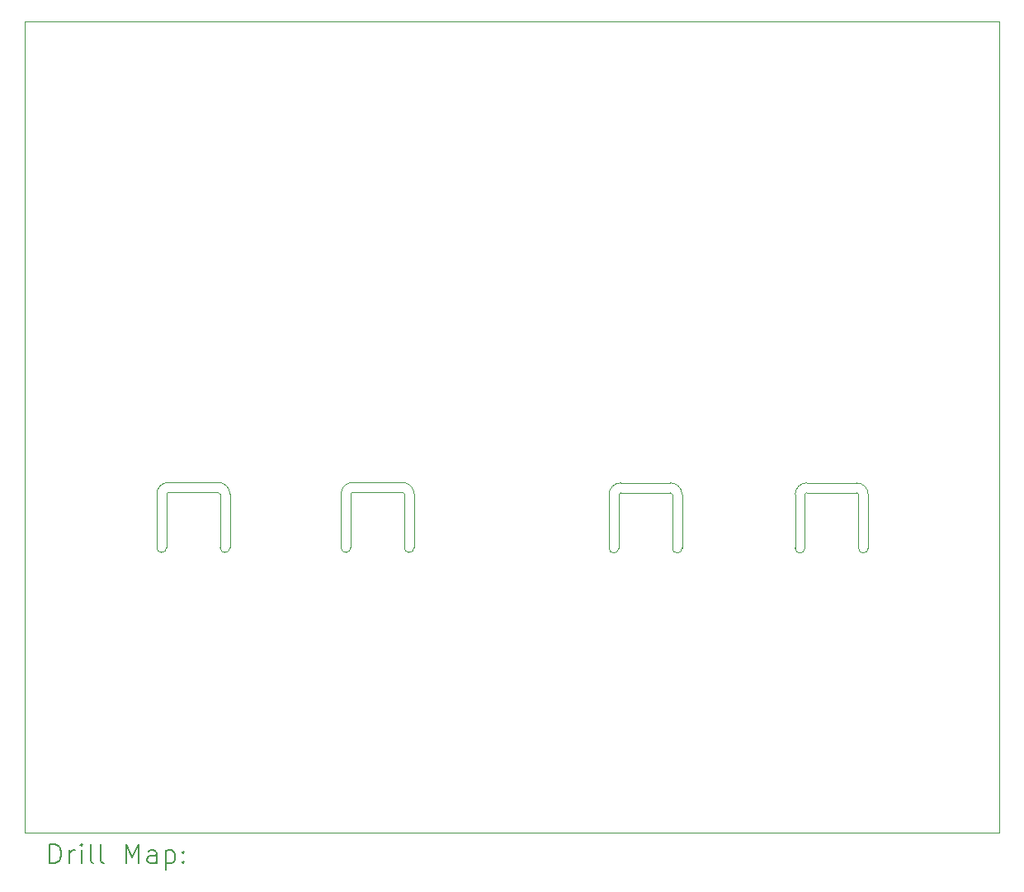
<source format=gbr>
%TF.GenerationSoftware,KiCad,Pcbnew,8.0.5*%
%TF.CreationDate,2025-03-15T22:24:35+01:00*%
%TF.ProjectId,esp32_blinds_controller,65737033-325f-4626-9c69-6e64735f636f,V0.2*%
%TF.SameCoordinates,Original*%
%TF.FileFunction,Drillmap*%
%TF.FilePolarity,Positive*%
%FSLAX45Y45*%
G04 Gerber Fmt 4.5, Leading zero omitted, Abs format (unit mm)*
G04 Created by KiCad (PCBNEW 8.0.5) date 2025-03-15 22:24:35*
%MOMM*%
%LPD*%
G01*
G04 APERTURE LIST*
%ADD10C,0.050000*%
%ADD11C,0.120000*%
%ADD12C,0.200000*%
G04 APERTURE END LIST*
D10*
X13990000Y-10304853D02*
G75*
G02*
X14109997Y-10424853I0J-119997D01*
G01*
X16740000Y-10310000D02*
G75*
G02*
X16860000Y-10430000I0J-120000D01*
G01*
X16860000Y-10980000D02*
G75*
G02*
X16760000Y-10980000I-50000J0D01*
G01*
X18770000Y-10980000D02*
X18770000Y-10430000D01*
X16110000Y-10980000D02*
X16110000Y-10430000D01*
X13460000Y-10974853D02*
X13460000Y-10424853D01*
X12220000Y-10975000D02*
G75*
G02*
X12120000Y-10975000I-50000J0D01*
G01*
X12220000Y-10975000D02*
X12220000Y-10425000D01*
X13480000Y-10304853D02*
X13990000Y-10304853D01*
X16230000Y-10410000D02*
X16740000Y-10410000D01*
X14110000Y-10974853D02*
X14110000Y-10424853D01*
X18120000Y-10980000D02*
G75*
G02*
X18020000Y-10980000I-50000J0D01*
G01*
X12100000Y-10305000D02*
G75*
G02*
X12220000Y-10425000I0J-120000D01*
G01*
X18140000Y-10410000D02*
X18650000Y-10410000D01*
X16210000Y-10430000D02*
G75*
G02*
X16230000Y-10410000I20000J0D01*
G01*
X13360000Y-10424853D02*
G75*
G02*
X13480000Y-10304850I120000J3D01*
G01*
X12120000Y-10975000D02*
X12120000Y-10425000D01*
X18770000Y-10980000D02*
G75*
G02*
X18670000Y-10980000I-50000J0D01*
G01*
X11590000Y-10405000D02*
X12100000Y-10405000D01*
X11570000Y-10975000D02*
X11570000Y-10425000D01*
X16740000Y-10410000D02*
G75*
G02*
X16760000Y-10430000I0J-20000D01*
G01*
X14110000Y-10974853D02*
G75*
G02*
X14010000Y-10974853I-50000J0D01*
G01*
X18670000Y-10980000D02*
X18670000Y-10430000D01*
X18020000Y-10430000D02*
G75*
G02*
X18140000Y-10310000I120000J0D01*
G01*
X13480000Y-10404853D02*
X13990000Y-10404853D01*
X18120000Y-10430000D02*
G75*
G02*
X18140000Y-10410000I20000J0D01*
G01*
X18650000Y-10410000D02*
G75*
G02*
X18670000Y-10430000I0J-20000D01*
G01*
X16210000Y-10980000D02*
G75*
G02*
X16110000Y-10980000I-50000J0D01*
G01*
X13990000Y-10404853D02*
G75*
G02*
X14009997Y-10424853I0J-19997D01*
G01*
X11570000Y-10975000D02*
G75*
G02*
X11470000Y-10975000I-50000J0D01*
G01*
X18650000Y-10310000D02*
G75*
G02*
X18770000Y-10430000I0J-120000D01*
G01*
X18020000Y-10980000D02*
X18020000Y-10430000D01*
X16210000Y-10980000D02*
X16210000Y-10430000D01*
X13460000Y-10424853D02*
G75*
G02*
X13480000Y-10404850I20000J3D01*
G01*
X11590000Y-10305000D02*
X12100000Y-10305000D01*
X12100000Y-10405000D02*
G75*
G02*
X12120000Y-10425000I0J-20000D01*
G01*
X14010000Y-10974853D02*
X14010000Y-10424853D01*
X18120000Y-10980000D02*
X18120000Y-10430000D01*
X11470000Y-10975000D02*
X11470000Y-10425000D01*
X16860000Y-10980000D02*
X16860000Y-10430000D01*
X16230000Y-10310000D02*
X16740000Y-10310000D01*
X16760000Y-10980000D02*
X16760000Y-10430000D01*
X16110000Y-10430000D02*
G75*
G02*
X16230000Y-10310000I120000J0D01*
G01*
X13460000Y-10974853D02*
G75*
G02*
X13360000Y-10974853I-50000J0D01*
G01*
X18140000Y-10310000D02*
X18650000Y-10310000D01*
X11570000Y-10425000D02*
G75*
G02*
X11590000Y-10405000I20000J0D01*
G01*
X11470000Y-10425000D02*
G75*
G02*
X11590000Y-10305000I120000J0D01*
G01*
X13360000Y-10974853D02*
X13360000Y-10424853D01*
D11*
X10117500Y-5574500D02*
X10117500Y-13899500D01*
X10117500Y-13899500D02*
X20117500Y-13899500D01*
X20117500Y-5574500D02*
X10117500Y-5574500D01*
X20117500Y-13899500D02*
X20117500Y-5574500D01*
D12*
X10372277Y-14216984D02*
X10372277Y-14016984D01*
X10372277Y-14016984D02*
X10419896Y-14016984D01*
X10419896Y-14016984D02*
X10448467Y-14026508D01*
X10448467Y-14026508D02*
X10467515Y-14045555D01*
X10467515Y-14045555D02*
X10477039Y-14064603D01*
X10477039Y-14064603D02*
X10486563Y-14102698D01*
X10486563Y-14102698D02*
X10486563Y-14131269D01*
X10486563Y-14131269D02*
X10477039Y-14169365D01*
X10477039Y-14169365D02*
X10467515Y-14188412D01*
X10467515Y-14188412D02*
X10448467Y-14207460D01*
X10448467Y-14207460D02*
X10419896Y-14216984D01*
X10419896Y-14216984D02*
X10372277Y-14216984D01*
X10572277Y-14216984D02*
X10572277Y-14083650D01*
X10572277Y-14121746D02*
X10581801Y-14102698D01*
X10581801Y-14102698D02*
X10591324Y-14093174D01*
X10591324Y-14093174D02*
X10610372Y-14083650D01*
X10610372Y-14083650D02*
X10629420Y-14083650D01*
X10696086Y-14216984D02*
X10696086Y-14083650D01*
X10696086Y-14016984D02*
X10686563Y-14026508D01*
X10686563Y-14026508D02*
X10696086Y-14036031D01*
X10696086Y-14036031D02*
X10705610Y-14026508D01*
X10705610Y-14026508D02*
X10696086Y-14016984D01*
X10696086Y-14016984D02*
X10696086Y-14036031D01*
X10819896Y-14216984D02*
X10800848Y-14207460D01*
X10800848Y-14207460D02*
X10791324Y-14188412D01*
X10791324Y-14188412D02*
X10791324Y-14016984D01*
X10924658Y-14216984D02*
X10905610Y-14207460D01*
X10905610Y-14207460D02*
X10896086Y-14188412D01*
X10896086Y-14188412D02*
X10896086Y-14016984D01*
X11153229Y-14216984D02*
X11153229Y-14016984D01*
X11153229Y-14016984D02*
X11219896Y-14159841D01*
X11219896Y-14159841D02*
X11286562Y-14016984D01*
X11286562Y-14016984D02*
X11286562Y-14216984D01*
X11467515Y-14216984D02*
X11467515Y-14112222D01*
X11467515Y-14112222D02*
X11457991Y-14093174D01*
X11457991Y-14093174D02*
X11438943Y-14083650D01*
X11438943Y-14083650D02*
X11400848Y-14083650D01*
X11400848Y-14083650D02*
X11381801Y-14093174D01*
X11467515Y-14207460D02*
X11448467Y-14216984D01*
X11448467Y-14216984D02*
X11400848Y-14216984D01*
X11400848Y-14216984D02*
X11381801Y-14207460D01*
X11381801Y-14207460D02*
X11372277Y-14188412D01*
X11372277Y-14188412D02*
X11372277Y-14169365D01*
X11372277Y-14169365D02*
X11381801Y-14150317D01*
X11381801Y-14150317D02*
X11400848Y-14140793D01*
X11400848Y-14140793D02*
X11448467Y-14140793D01*
X11448467Y-14140793D02*
X11467515Y-14131269D01*
X11562753Y-14083650D02*
X11562753Y-14283650D01*
X11562753Y-14093174D02*
X11581801Y-14083650D01*
X11581801Y-14083650D02*
X11619896Y-14083650D01*
X11619896Y-14083650D02*
X11638943Y-14093174D01*
X11638943Y-14093174D02*
X11648467Y-14102698D01*
X11648467Y-14102698D02*
X11657991Y-14121746D01*
X11657991Y-14121746D02*
X11657991Y-14178888D01*
X11657991Y-14178888D02*
X11648467Y-14197936D01*
X11648467Y-14197936D02*
X11638943Y-14207460D01*
X11638943Y-14207460D02*
X11619896Y-14216984D01*
X11619896Y-14216984D02*
X11581801Y-14216984D01*
X11581801Y-14216984D02*
X11562753Y-14207460D01*
X11743705Y-14197936D02*
X11753229Y-14207460D01*
X11753229Y-14207460D02*
X11743705Y-14216984D01*
X11743705Y-14216984D02*
X11734182Y-14207460D01*
X11734182Y-14207460D02*
X11743705Y-14197936D01*
X11743705Y-14197936D02*
X11743705Y-14216984D01*
X11743705Y-14093174D02*
X11753229Y-14102698D01*
X11753229Y-14102698D02*
X11743705Y-14112222D01*
X11743705Y-14112222D02*
X11734182Y-14102698D01*
X11734182Y-14102698D02*
X11743705Y-14093174D01*
X11743705Y-14093174D02*
X11743705Y-14112222D01*
M02*

</source>
